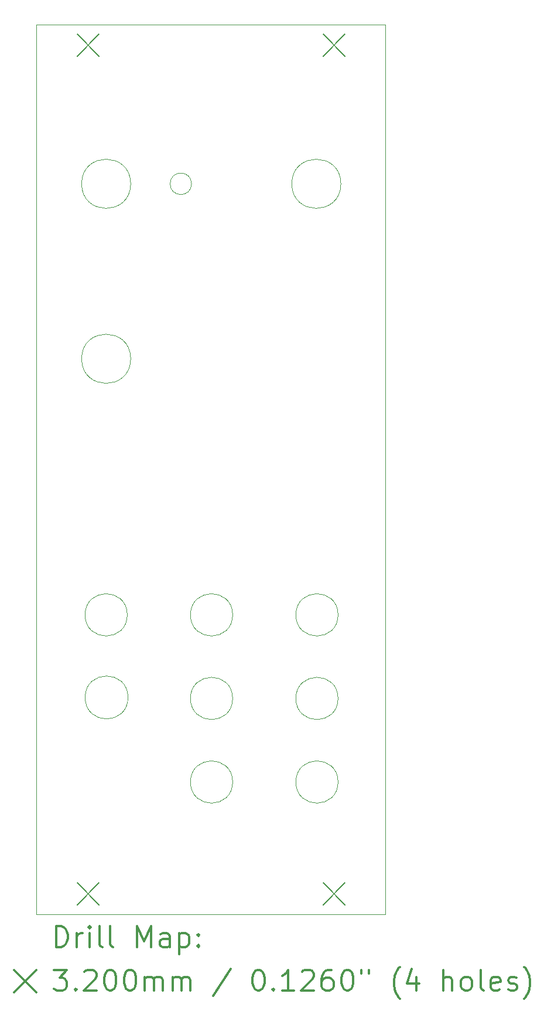
<source format=gbr>
%FSLAX45Y45*%
G04 Gerber Fmt 4.5, Leading zero omitted, Abs format (unit mm)*
G04 Created by KiCad (PCBNEW 5.1.12-84ad8e8a86~92~ubuntu20.04.1) date 2021-12-18 13:57:54*
%MOMM*%
%LPD*%
G01*
G04 APERTURE LIST*
%TA.AperFunction,Profile*%
%ADD10C,0.050000*%
%TD*%
%ADD11C,0.200000*%
%ADD12C,0.300000*%
G04 APERTURE END LIST*
D10*
X2244500Y-2300000D02*
G75*
G03*
X2244500Y-2300000I-155000J0D01*
G01*
X2839000Y-8523000D02*
G75*
G03*
X2839000Y-8523000I-305000J0D01*
G01*
X2839000Y-9729500D02*
G75*
G03*
X2839000Y-9729500I-305000J0D01*
G01*
X4363000Y-8523000D02*
G75*
G03*
X4363000Y-8523000I-305000J0D01*
G01*
X4363000Y-10936000D02*
G75*
G03*
X4363000Y-10936000I-305000J0D01*
G01*
X4363000Y-9729500D02*
G75*
G03*
X4363000Y-9729500I-305000J0D01*
G01*
X4404000Y-2300000D02*
G75*
G03*
X4404000Y-2300000I-355000J0D01*
G01*
X2839000Y-10936000D02*
G75*
G03*
X2839000Y-10936000I-305000J0D01*
G01*
X1326000Y-9715500D02*
G75*
G03*
X1326000Y-9715500I-310000J0D01*
G01*
X1315000Y-8523000D02*
G75*
G03*
X1315000Y-8523000I-305000J0D01*
G01*
X1365000Y-4826000D02*
G75*
G03*
X1365000Y-4826000I-355000J0D01*
G01*
X1365000Y-2300000D02*
G75*
G03*
X1365000Y-2300000I-355000J0D01*
G01*
X0Y0D02*
X5050000Y0D01*
X5050000Y0D02*
X5050000Y-12850000D01*
X0Y-12850000D02*
X5050000Y-12850000D01*
X0Y0D02*
X0Y-12850000D01*
D11*
X590000Y-140000D02*
X910000Y-460000D01*
X910000Y-140000D02*
X590000Y-460000D01*
X590000Y-12390000D02*
X910000Y-12710000D01*
X910000Y-12390000D02*
X590000Y-12710000D01*
X4146000Y-140000D02*
X4466000Y-460000D01*
X4466000Y-140000D02*
X4146000Y-460000D01*
X4146000Y-12390000D02*
X4466000Y-12710000D01*
X4466000Y-12390000D02*
X4146000Y-12710000D01*
D12*
X283928Y-13318214D02*
X283928Y-13018214D01*
X355357Y-13018214D01*
X398214Y-13032500D01*
X426786Y-13061071D01*
X441071Y-13089643D01*
X455357Y-13146786D01*
X455357Y-13189643D01*
X441071Y-13246786D01*
X426786Y-13275357D01*
X398214Y-13303929D01*
X355357Y-13318214D01*
X283928Y-13318214D01*
X583928Y-13318214D02*
X583928Y-13118214D01*
X583928Y-13175357D02*
X598214Y-13146786D01*
X612500Y-13132500D01*
X641071Y-13118214D01*
X669643Y-13118214D01*
X769643Y-13318214D02*
X769643Y-13118214D01*
X769643Y-13018214D02*
X755357Y-13032500D01*
X769643Y-13046786D01*
X783928Y-13032500D01*
X769643Y-13018214D01*
X769643Y-13046786D01*
X955357Y-13318214D02*
X926786Y-13303929D01*
X912500Y-13275357D01*
X912500Y-13018214D01*
X1112500Y-13318214D02*
X1083928Y-13303929D01*
X1069643Y-13275357D01*
X1069643Y-13018214D01*
X1455357Y-13318214D02*
X1455357Y-13018214D01*
X1555357Y-13232500D01*
X1655357Y-13018214D01*
X1655357Y-13318214D01*
X1926786Y-13318214D02*
X1926786Y-13161071D01*
X1912500Y-13132500D01*
X1883928Y-13118214D01*
X1826786Y-13118214D01*
X1798214Y-13132500D01*
X1926786Y-13303929D02*
X1898214Y-13318214D01*
X1826786Y-13318214D01*
X1798214Y-13303929D01*
X1783928Y-13275357D01*
X1783928Y-13246786D01*
X1798214Y-13218214D01*
X1826786Y-13203929D01*
X1898214Y-13203929D01*
X1926786Y-13189643D01*
X2069643Y-13118214D02*
X2069643Y-13418214D01*
X2069643Y-13132500D02*
X2098214Y-13118214D01*
X2155357Y-13118214D01*
X2183928Y-13132500D01*
X2198214Y-13146786D01*
X2212500Y-13175357D01*
X2212500Y-13261071D01*
X2198214Y-13289643D01*
X2183928Y-13303929D01*
X2155357Y-13318214D01*
X2098214Y-13318214D01*
X2069643Y-13303929D01*
X2341071Y-13289643D02*
X2355357Y-13303929D01*
X2341071Y-13318214D01*
X2326786Y-13303929D01*
X2341071Y-13289643D01*
X2341071Y-13318214D01*
X2341071Y-13132500D02*
X2355357Y-13146786D01*
X2341071Y-13161071D01*
X2326786Y-13146786D01*
X2341071Y-13132500D01*
X2341071Y-13161071D01*
X-322500Y-13652500D02*
X-2500Y-13972500D01*
X-2500Y-13652500D02*
X-322500Y-13972500D01*
X255357Y-13648214D02*
X441071Y-13648214D01*
X341071Y-13762500D01*
X383928Y-13762500D01*
X412500Y-13776786D01*
X426786Y-13791071D01*
X441071Y-13819643D01*
X441071Y-13891071D01*
X426786Y-13919643D01*
X412500Y-13933929D01*
X383928Y-13948214D01*
X298214Y-13948214D01*
X269643Y-13933929D01*
X255357Y-13919643D01*
X569643Y-13919643D02*
X583928Y-13933929D01*
X569643Y-13948214D01*
X555357Y-13933929D01*
X569643Y-13919643D01*
X569643Y-13948214D01*
X698214Y-13676786D02*
X712500Y-13662500D01*
X741071Y-13648214D01*
X812500Y-13648214D01*
X841071Y-13662500D01*
X855357Y-13676786D01*
X869643Y-13705357D01*
X869643Y-13733929D01*
X855357Y-13776786D01*
X683928Y-13948214D01*
X869643Y-13948214D01*
X1055357Y-13648214D02*
X1083928Y-13648214D01*
X1112500Y-13662500D01*
X1126786Y-13676786D01*
X1141071Y-13705357D01*
X1155357Y-13762500D01*
X1155357Y-13833929D01*
X1141071Y-13891071D01*
X1126786Y-13919643D01*
X1112500Y-13933929D01*
X1083928Y-13948214D01*
X1055357Y-13948214D01*
X1026786Y-13933929D01*
X1012500Y-13919643D01*
X998214Y-13891071D01*
X983928Y-13833929D01*
X983928Y-13762500D01*
X998214Y-13705357D01*
X1012500Y-13676786D01*
X1026786Y-13662500D01*
X1055357Y-13648214D01*
X1341071Y-13648214D02*
X1369643Y-13648214D01*
X1398214Y-13662500D01*
X1412500Y-13676786D01*
X1426786Y-13705357D01*
X1441071Y-13762500D01*
X1441071Y-13833929D01*
X1426786Y-13891071D01*
X1412500Y-13919643D01*
X1398214Y-13933929D01*
X1369643Y-13948214D01*
X1341071Y-13948214D01*
X1312500Y-13933929D01*
X1298214Y-13919643D01*
X1283928Y-13891071D01*
X1269643Y-13833929D01*
X1269643Y-13762500D01*
X1283928Y-13705357D01*
X1298214Y-13676786D01*
X1312500Y-13662500D01*
X1341071Y-13648214D01*
X1569643Y-13948214D02*
X1569643Y-13748214D01*
X1569643Y-13776786D02*
X1583928Y-13762500D01*
X1612500Y-13748214D01*
X1655357Y-13748214D01*
X1683928Y-13762500D01*
X1698214Y-13791071D01*
X1698214Y-13948214D01*
X1698214Y-13791071D02*
X1712500Y-13762500D01*
X1741071Y-13748214D01*
X1783928Y-13748214D01*
X1812500Y-13762500D01*
X1826786Y-13791071D01*
X1826786Y-13948214D01*
X1969643Y-13948214D02*
X1969643Y-13748214D01*
X1969643Y-13776786D02*
X1983928Y-13762500D01*
X2012500Y-13748214D01*
X2055357Y-13748214D01*
X2083928Y-13762500D01*
X2098214Y-13791071D01*
X2098214Y-13948214D01*
X2098214Y-13791071D02*
X2112500Y-13762500D01*
X2141071Y-13748214D01*
X2183928Y-13748214D01*
X2212500Y-13762500D01*
X2226786Y-13791071D01*
X2226786Y-13948214D01*
X2812500Y-13633929D02*
X2555357Y-14019643D01*
X3198214Y-13648214D02*
X3226786Y-13648214D01*
X3255357Y-13662500D01*
X3269643Y-13676786D01*
X3283928Y-13705357D01*
X3298214Y-13762500D01*
X3298214Y-13833929D01*
X3283928Y-13891071D01*
X3269643Y-13919643D01*
X3255357Y-13933929D01*
X3226786Y-13948214D01*
X3198214Y-13948214D01*
X3169643Y-13933929D01*
X3155357Y-13919643D01*
X3141071Y-13891071D01*
X3126786Y-13833929D01*
X3126786Y-13762500D01*
X3141071Y-13705357D01*
X3155357Y-13676786D01*
X3169643Y-13662500D01*
X3198214Y-13648214D01*
X3426786Y-13919643D02*
X3441071Y-13933929D01*
X3426786Y-13948214D01*
X3412500Y-13933929D01*
X3426786Y-13919643D01*
X3426786Y-13948214D01*
X3726786Y-13948214D02*
X3555357Y-13948214D01*
X3641071Y-13948214D02*
X3641071Y-13648214D01*
X3612500Y-13691071D01*
X3583928Y-13719643D01*
X3555357Y-13733929D01*
X3841071Y-13676786D02*
X3855357Y-13662500D01*
X3883928Y-13648214D01*
X3955357Y-13648214D01*
X3983928Y-13662500D01*
X3998214Y-13676786D01*
X4012500Y-13705357D01*
X4012500Y-13733929D01*
X3998214Y-13776786D01*
X3826786Y-13948214D01*
X4012500Y-13948214D01*
X4269643Y-13648214D02*
X4212500Y-13648214D01*
X4183928Y-13662500D01*
X4169643Y-13676786D01*
X4141071Y-13719643D01*
X4126786Y-13776786D01*
X4126786Y-13891071D01*
X4141071Y-13919643D01*
X4155357Y-13933929D01*
X4183928Y-13948214D01*
X4241071Y-13948214D01*
X4269643Y-13933929D01*
X4283928Y-13919643D01*
X4298214Y-13891071D01*
X4298214Y-13819643D01*
X4283928Y-13791071D01*
X4269643Y-13776786D01*
X4241071Y-13762500D01*
X4183928Y-13762500D01*
X4155357Y-13776786D01*
X4141071Y-13791071D01*
X4126786Y-13819643D01*
X4483928Y-13648214D02*
X4512500Y-13648214D01*
X4541071Y-13662500D01*
X4555357Y-13676786D01*
X4569643Y-13705357D01*
X4583928Y-13762500D01*
X4583928Y-13833929D01*
X4569643Y-13891071D01*
X4555357Y-13919643D01*
X4541071Y-13933929D01*
X4512500Y-13948214D01*
X4483928Y-13948214D01*
X4455357Y-13933929D01*
X4441071Y-13919643D01*
X4426786Y-13891071D01*
X4412500Y-13833929D01*
X4412500Y-13762500D01*
X4426786Y-13705357D01*
X4441071Y-13676786D01*
X4455357Y-13662500D01*
X4483928Y-13648214D01*
X4698214Y-13648214D02*
X4698214Y-13705357D01*
X4812500Y-13648214D02*
X4812500Y-13705357D01*
X5255357Y-14062500D02*
X5241071Y-14048214D01*
X5212500Y-14005357D01*
X5198214Y-13976786D01*
X5183928Y-13933929D01*
X5169643Y-13862500D01*
X5169643Y-13805357D01*
X5183928Y-13733929D01*
X5198214Y-13691071D01*
X5212500Y-13662500D01*
X5241071Y-13619643D01*
X5255357Y-13605357D01*
X5498214Y-13748214D02*
X5498214Y-13948214D01*
X5426786Y-13633929D02*
X5355357Y-13848214D01*
X5541071Y-13848214D01*
X5883928Y-13948214D02*
X5883928Y-13648214D01*
X6012500Y-13948214D02*
X6012500Y-13791071D01*
X5998214Y-13762500D01*
X5969643Y-13748214D01*
X5926786Y-13748214D01*
X5898214Y-13762500D01*
X5883928Y-13776786D01*
X6198214Y-13948214D02*
X6169643Y-13933929D01*
X6155357Y-13919643D01*
X6141071Y-13891071D01*
X6141071Y-13805357D01*
X6155357Y-13776786D01*
X6169643Y-13762500D01*
X6198214Y-13748214D01*
X6241071Y-13748214D01*
X6269643Y-13762500D01*
X6283928Y-13776786D01*
X6298214Y-13805357D01*
X6298214Y-13891071D01*
X6283928Y-13919643D01*
X6269643Y-13933929D01*
X6241071Y-13948214D01*
X6198214Y-13948214D01*
X6469643Y-13948214D02*
X6441071Y-13933929D01*
X6426786Y-13905357D01*
X6426786Y-13648214D01*
X6698214Y-13933929D02*
X6669643Y-13948214D01*
X6612500Y-13948214D01*
X6583928Y-13933929D01*
X6569643Y-13905357D01*
X6569643Y-13791071D01*
X6583928Y-13762500D01*
X6612500Y-13748214D01*
X6669643Y-13748214D01*
X6698214Y-13762500D01*
X6712500Y-13791071D01*
X6712500Y-13819643D01*
X6569643Y-13848214D01*
X6826786Y-13933929D02*
X6855357Y-13948214D01*
X6912500Y-13948214D01*
X6941071Y-13933929D01*
X6955357Y-13905357D01*
X6955357Y-13891071D01*
X6941071Y-13862500D01*
X6912500Y-13848214D01*
X6869643Y-13848214D01*
X6841071Y-13833929D01*
X6826786Y-13805357D01*
X6826786Y-13791071D01*
X6841071Y-13762500D01*
X6869643Y-13748214D01*
X6912500Y-13748214D01*
X6941071Y-13762500D01*
X7055357Y-14062500D02*
X7069643Y-14048214D01*
X7098214Y-14005357D01*
X7112500Y-13976786D01*
X7126786Y-13933929D01*
X7141071Y-13862500D01*
X7141071Y-13805357D01*
X7126786Y-13733929D01*
X7112500Y-13691071D01*
X7098214Y-13662500D01*
X7069643Y-13619643D01*
X7055357Y-13605357D01*
M02*

</source>
